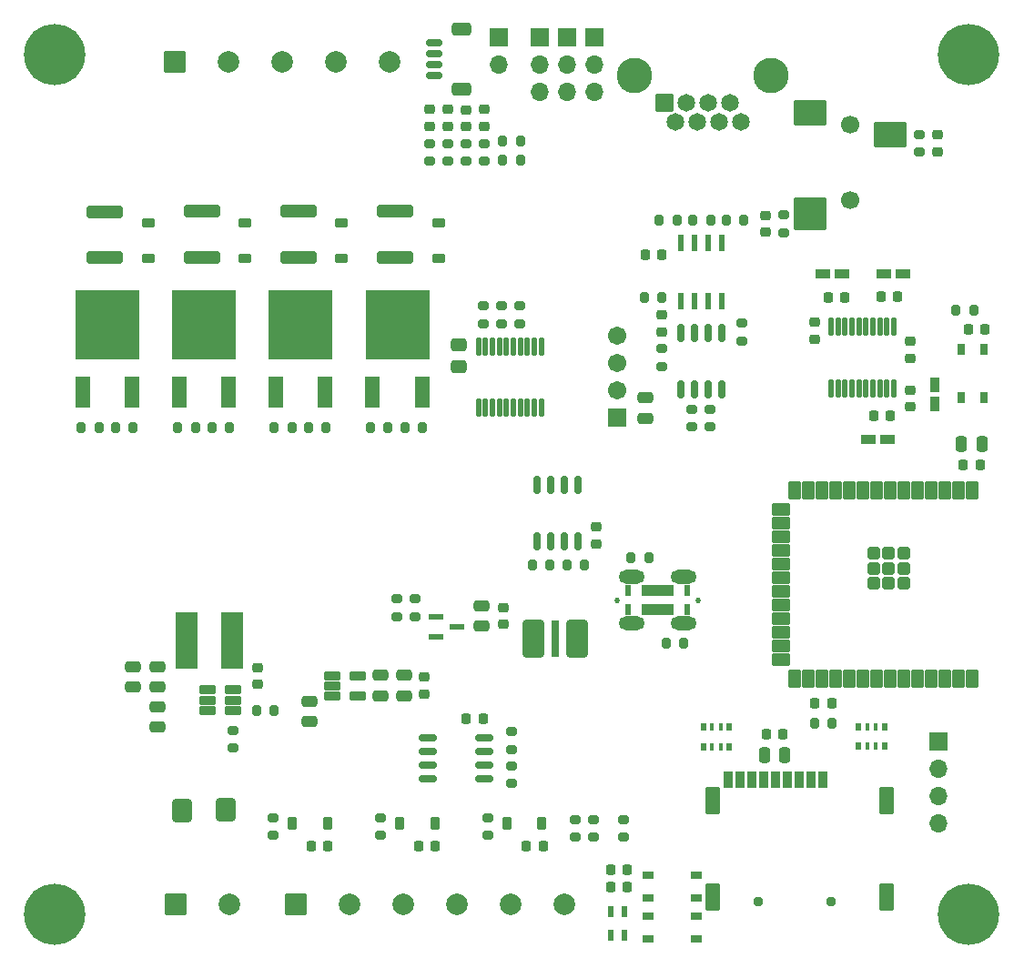
<source format=gts>
G04 #@! TF.GenerationSoftware,KiCad,Pcbnew,8.0.4*
G04 #@! TF.CreationDate,2024-08-16T00:10:32-05:00*
G04 #@! TF.ProjectId,Codex43,436f6465-7834-4332-9e6b-696361645f70,rev?*
G04 #@! TF.SameCoordinates,Original*
G04 #@! TF.FileFunction,Soldermask,Top*
G04 #@! TF.FilePolarity,Negative*
%FSLAX46Y46*%
G04 Gerber Fmt 4.6, Leading zero omitted, Abs format (unit mm)*
G04 Created by KiCad (PCBNEW 8.0.4) date 2024-08-16 00:10:32*
%MOMM*%
%LPD*%
G01*
G04 APERTURE LIST*
G04 Aperture macros list*
%AMRoundRect*
0 Rectangle with rounded corners*
0 $1 Rounding radius*
0 $2 $3 $4 $5 $6 $7 $8 $9 X,Y pos of 4 corners*
0 Add a 4 corners polygon primitive as box body*
4,1,4,$2,$3,$4,$5,$6,$7,$8,$9,$2,$3,0*
0 Add four circle primitives for the rounded corners*
1,1,$1+$1,$2,$3*
1,1,$1+$1,$4,$5*
1,1,$1+$1,$6,$7*
1,1,$1+$1,$8,$9*
0 Add four rect primitives between the rounded corners*
20,1,$1+$1,$2,$3,$4,$5,0*
20,1,$1+$1,$4,$5,$6,$7,0*
20,1,$1+$1,$6,$7,$8,$9,0*
20,1,$1+$1,$8,$9,$2,$3,0*%
G04 Aperture macros list end*
%ADD10RoundRect,0.102000X0.950000X2.550000X-0.950000X2.550000X-0.950000X-2.550000X0.950000X-2.550000X0*%
%ADD11RoundRect,0.102000X-0.670000X-0.295000X0.670000X-0.295000X0.670000X0.295000X-0.670000X0.295000X0*%
%ADD12RoundRect,0.200000X-0.275000X0.200000X-0.275000X-0.200000X0.275000X-0.200000X0.275000X0.200000X0*%
%ADD13RoundRect,0.200000X0.200000X0.275000X-0.200000X0.275000X-0.200000X-0.275000X0.200000X-0.275000X0*%
%ADD14RoundRect,0.250000X-0.475000X0.250000X-0.475000X-0.250000X0.475000X-0.250000X0.475000X0.250000X0*%
%ADD15RoundRect,0.225000X0.250000X-0.225000X0.250000X0.225000X-0.250000X0.225000X-0.250000X-0.225000X0*%
%ADD16RoundRect,0.250000X0.475000X-0.250000X0.475000X0.250000X-0.475000X0.250000X-0.475000X-0.250000X0*%
%ADD17R,1.700000X1.700000*%
%ADD18O,1.700000X1.700000*%
%ADD19RoundRect,0.250000X1.450000X-0.312500X1.450000X0.312500X-1.450000X0.312500X-1.450000X-0.312500X0*%
%ADD20R,1.400000X3.000000*%
%ADD21R,6.000000X6.500000*%
%ADD22RoundRect,0.225000X-0.225000X-0.250000X0.225000X-0.250000X0.225000X0.250000X-0.225000X0.250000X0*%
%ADD23RoundRect,0.250000X0.250000X0.475000X-0.250000X0.475000X-0.250000X-0.475000X0.250000X-0.475000X0*%
%ADD24RoundRect,0.218750X-0.256250X0.218750X-0.256250X-0.218750X0.256250X-0.218750X0.256250X0.218750X0*%
%ADD25RoundRect,0.225000X0.225000X0.250000X-0.225000X0.250000X-0.225000X-0.250000X0.225000X-0.250000X0*%
%ADD26RoundRect,0.218750X0.218750X0.256250X-0.218750X0.256250X-0.218750X-0.256250X0.218750X-0.256250X0*%
%ADD27RoundRect,0.225000X-0.375000X0.225000X-0.375000X-0.225000X0.375000X-0.225000X0.375000X0.225000X0*%
%ADD28RoundRect,0.200000X-0.200000X-0.275000X0.200000X-0.275000X0.200000X0.275000X-0.200000X0.275000X0*%
%ADD29R,1.000000X0.700000*%
%ADD30RoundRect,0.102000X0.754000X-0.754000X0.754000X0.754000X-0.754000X0.754000X-0.754000X-0.754000X0*%
%ADD31C,1.712000*%
%ADD32R,0.600000X1.000000*%
%ADD33R,0.950000X1.450000*%
%ADD34RoundRect,0.200000X0.275000X-0.200000X0.275000X0.200000X-0.275000X0.200000X-0.275000X-0.200000X0*%
%ADD35RoundRect,0.250000X0.750000X1.500000X-0.750000X1.500000X-0.750000X-1.500000X0.750000X-1.500000X0*%
%ADD36R,0.800000X3.400000*%
%ADD37C,3.600000*%
%ADD38C,5.700000*%
%ADD39RoundRect,0.150000X0.150000X-0.675000X0.150000X0.675000X-0.150000X0.675000X-0.150000X-0.675000X0*%
%ADD40RoundRect,0.150000X-0.625000X0.150000X-0.625000X-0.150000X0.625000X-0.150000X0.625000X0.150000X0*%
%ADD41RoundRect,0.250000X-0.650000X0.350000X-0.650000X-0.350000X0.650000X-0.350000X0.650000X0.350000X0*%
%ADD42R,1.320800X0.558800*%
%ADD43RoundRect,0.060300X-0.716700X-0.341700X0.716700X-0.341700X0.716700X0.341700X-0.716700X0.341700X0*%
%ADD44RoundRect,0.225000X-0.250000X0.225000X-0.250000X-0.225000X0.250000X-0.225000X0.250000X0.225000X0*%
%ADD45R,0.600000X1.550000*%
%ADD46C,0.520000*%
%ADD47RoundRect,0.102000X-0.150000X-0.435000X0.150000X-0.435000X0.150000X0.435000X-0.150000X0.435000X0*%
%ADD48O,2.404000X1.304000*%
%ADD49R,1.450000X0.950000*%
%ADD50R,0.700000X1.000000*%
%ADD51C,0.950000*%
%ADD52RoundRect,0.102000X-0.310000X-0.700000X0.310000X-0.700000X0.310000X0.700000X-0.310000X0.700000X0*%
%ADD53RoundRect,0.102000X-0.550000X-1.200000X0.550000X-1.200000X0.550000X1.200000X-0.550000X1.200000X0*%
%ADD54RoundRect,0.150000X-0.150000X0.675000X-0.150000X-0.675000X0.150000X-0.675000X0.150000X0.675000X0*%
%ADD55RoundRect,0.225000X-0.225000X-0.375000X0.225000X-0.375000X0.225000X0.375000X-0.225000X0.375000X0*%
%ADD56C,1.700000*%
%ADD57RoundRect,0.102000X-1.400000X1.100000X-1.400000X-1.100000X1.400000X-1.100000X1.400000X1.100000X0*%
%ADD58RoundRect,0.102000X-1.400000X1.400000X-1.400000X-1.400000X1.400000X-1.400000X1.400000X1.400000X0*%
%ADD59C,3.302000*%
%ADD60RoundRect,0.102000X0.723900X0.723900X-0.723900X0.723900X-0.723900X-0.723900X0.723900X-0.723900X0*%
%ADD61C,1.651800*%
%ADD62RoundRect,0.102000X-0.900000X-0.900000X0.900000X-0.900000X0.900000X0.900000X-0.900000X0.900000X0*%
%ADD63C,2.004000*%
%ADD64RoundRect,0.020500X0.184500X-0.764500X0.184500X0.764500X-0.184500X0.764500X-0.184500X-0.764500X0*%
%ADD65RoundRect,0.250000X-0.475000X0.337500X-0.475000X-0.337500X0.475000X-0.337500X0.475000X0.337500X0*%
%ADD66R,0.500000X0.800000*%
%ADD67R,0.400000X0.800000*%
%ADD68RoundRect,0.020500X-0.184500X0.764500X-0.184500X-0.764500X0.184500X-0.764500X0.184500X0.764500X0*%
%ADD69RoundRect,0.102000X-0.450000X0.750000X-0.450000X-0.750000X0.450000X-0.750000X0.450000X0.750000X0*%
%ADD70RoundRect,0.102000X-0.750000X0.450000X-0.750000X-0.450000X0.750000X-0.450000X0.750000X0.450000X0*%
%ADD71RoundRect,0.102000X-0.450000X0.450000X-0.450000X-0.450000X0.450000X-0.450000X0.450000X0.450000X0*%
%ADD72RoundRect,0.247222X-0.642778X-0.832778X0.642778X-0.832778X0.642778X0.832778X-0.642778X0.832778X0*%
%ADD73RoundRect,0.250000X-0.250000X-0.475000X0.250000X-0.475000X0.250000X0.475000X-0.250000X0.475000X0*%
%ADD74RoundRect,0.150000X-0.675000X-0.150000X0.675000X-0.150000X0.675000X0.150000X-0.675000X0.150000X0*%
G04 APERTURE END LIST*
D10*
X65700000Y-108125000D03*
X69900000Y-108125000D03*
D11*
X69980000Y-112725000D03*
X69980000Y-113675000D03*
X69980000Y-114625000D03*
X67600000Y-114625000D03*
X67600000Y-113675000D03*
X67600000Y-112725000D03*
D12*
X70000000Y-118125000D03*
X70000000Y-116475000D03*
D13*
X72175000Y-114625000D03*
X73825000Y-114625000D03*
D14*
X60700000Y-112475000D03*
X60700000Y-110575000D03*
X63000000Y-112475000D03*
X63000000Y-110575000D03*
D15*
X72300000Y-110650000D03*
X72300000Y-112200000D03*
D16*
X63000000Y-114275000D03*
X63000000Y-116175000D03*
D17*
X135600000Y-117480000D03*
D18*
X135600000Y-120020000D03*
X135600000Y-122560000D03*
X135600000Y-125100000D03*
D19*
X85100000Y-72467500D03*
X85100000Y-68192500D03*
X76100000Y-72430000D03*
X76100000Y-68155000D03*
X67100000Y-72467500D03*
X67100000Y-68192500D03*
X58100000Y-72505000D03*
X58100000Y-68230000D03*
D20*
X83000000Y-84980000D03*
X87600000Y-84980000D03*
D21*
X85300000Y-78730000D03*
D20*
X74000000Y-84980000D03*
X78600000Y-84980000D03*
D21*
X76300000Y-78730000D03*
D20*
X65000000Y-84980000D03*
X69600000Y-84980000D03*
D21*
X67300000Y-78730000D03*
D20*
X56000000Y-84980000D03*
X60600000Y-84980000D03*
D21*
X58300000Y-78730000D03*
D22*
X137945000Y-91800000D03*
X139495000Y-91800000D03*
D15*
X133025000Y-86375000D03*
X133025000Y-84825000D03*
D14*
X83700000Y-111350000D03*
X83700000Y-113250000D03*
D23*
X121350000Y-118800000D03*
X119450000Y-118800000D03*
D13*
X117525000Y-69000000D03*
X115875000Y-69000000D03*
D22*
X130275000Y-76125000D03*
X131825000Y-76125000D03*
D24*
X90000000Y-58712500D03*
X90000000Y-60287500D03*
D25*
X93250000Y-115400000D03*
X91700000Y-115400000D03*
D26*
X88837500Y-127250000D03*
X87262500Y-127250000D03*
D27*
X62100000Y-69280000D03*
X62100000Y-72580000D03*
D13*
X66500000Y-88330000D03*
X64850000Y-88330000D03*
D15*
X133000000Y-81850000D03*
X133000000Y-80300000D03*
D12*
X101800000Y-124775000D03*
X101800000Y-126425000D03*
D28*
X95075000Y-61600000D03*
X96725000Y-61600000D03*
D17*
X94700000Y-52000000D03*
D18*
X94700000Y-54540000D03*
D29*
X108600000Y-133750000D03*
X113100000Y-133750000D03*
X108600000Y-135900000D03*
X113100000Y-135900000D03*
D17*
X101040000Y-52000000D03*
D18*
X101040000Y-54540000D03*
X101040000Y-57080000D03*
D30*
X105700000Y-87380000D03*
D31*
X105700000Y-84840000D03*
X105700000Y-82300000D03*
X105700000Y-79760000D03*
D32*
X105150000Y-135525000D03*
X106450000Y-135525000D03*
X106450000Y-133325000D03*
X105150000Y-133325000D03*
D33*
X135250000Y-84300000D03*
X135250000Y-86100000D03*
D28*
X97825000Y-101050000D03*
X99475000Y-101050000D03*
D34*
X90000000Y-63525000D03*
X90000000Y-61875000D03*
D35*
X101975000Y-107950000D03*
D36*
X99950000Y-107950000D03*
D35*
X97925000Y-107950000D03*
D27*
X71100000Y-69280000D03*
X71100000Y-72580000D03*
D28*
X68050000Y-88330000D03*
X69700000Y-88330000D03*
D22*
X138425000Y-79150000D03*
X139975000Y-79150000D03*
D34*
X103500000Y-126425000D03*
X103500000Y-124775000D03*
X88300000Y-63525000D03*
X88300000Y-61875000D03*
D14*
X85900000Y-111350000D03*
X85900000Y-113250000D03*
D37*
X138450000Y-133600000D03*
D38*
X138450000Y-133600000D03*
D14*
X108350000Y-85550000D03*
X108350000Y-87450000D03*
X77100000Y-113750000D03*
X77100000Y-115650000D03*
D39*
X111695000Y-84725000D03*
X112965000Y-84725000D03*
X114235000Y-84725000D03*
X115505000Y-84725000D03*
X115505000Y-79475000D03*
X114235000Y-79475000D03*
X112965000Y-79475000D03*
X111695000Y-79475000D03*
D34*
X109900000Y-82625000D03*
X109900000Y-80975000D03*
D40*
X88700000Y-52500000D03*
X88700000Y-53500000D03*
X88700000Y-54500000D03*
X88700000Y-55500000D03*
D41*
X91225000Y-51200000D03*
X91225000Y-56800000D03*
D28*
X124075000Y-115825000D03*
X125725000Y-115825000D03*
D13*
X108675000Y-100400000D03*
X107025000Y-100400000D03*
D25*
X125675000Y-114000000D03*
X124125000Y-114000000D03*
D28*
X85975000Y-88330000D03*
X87625000Y-88330000D03*
D26*
X106687500Y-129450000D03*
X105112500Y-129450000D03*
D42*
X88913700Y-105897500D03*
X88913700Y-107802500D03*
X90793300Y-106850000D03*
D43*
X79230000Y-111400000D03*
X79230000Y-112350000D03*
X79230000Y-113300000D03*
X81600000Y-113300000D03*
X81600000Y-111400000D03*
D34*
X133850000Y-62675000D03*
X133850000Y-61025000D03*
D26*
X78837500Y-127250000D03*
X77262500Y-127250000D03*
D44*
X109900000Y-77825000D03*
X109900000Y-79375000D03*
D37*
X138450000Y-53600000D03*
D38*
X138450000Y-53600000D03*
D22*
X129625000Y-87200000D03*
X131175000Y-87200000D03*
D34*
X93400000Y-63525000D03*
X93400000Y-61875000D03*
D13*
X57525000Y-88330000D03*
X55875000Y-88330000D03*
D29*
X108600000Y-129950000D03*
X113100000Y-129950000D03*
X108600000Y-132100000D03*
X113100000Y-132100000D03*
D12*
X73700000Y-124625000D03*
X73700000Y-126275000D03*
D25*
X121175000Y-116800000D03*
X119625000Y-116800000D03*
D34*
X94950000Y-78625000D03*
X94950000Y-76975000D03*
D45*
X111700000Y-76500000D03*
X112970000Y-76500000D03*
X114240000Y-76500000D03*
X115510000Y-76500000D03*
X115510000Y-71100000D03*
X114240000Y-71100000D03*
X112955000Y-71100000D03*
X111700000Y-71100000D03*
D44*
X87800000Y-111525000D03*
X87800000Y-113075000D03*
D34*
X93250000Y-78625000D03*
X93250000Y-76975000D03*
D46*
X105750000Y-104354664D03*
X113250000Y-104354664D03*
D47*
X106750000Y-103489664D03*
X108250000Y-103489664D03*
X108750000Y-103489664D03*
X109250000Y-103489664D03*
X109750000Y-103489664D03*
X110250000Y-103489664D03*
X110750000Y-103489664D03*
X112250000Y-103489664D03*
X112250000Y-105219664D03*
X110750000Y-105219664D03*
X110250000Y-105219664D03*
X109750000Y-105219664D03*
X109250000Y-105219664D03*
X108750000Y-105219664D03*
X108250000Y-105219664D03*
X106750000Y-105219664D03*
D48*
X107100000Y-102204664D03*
X107100000Y-106504664D03*
X111900000Y-102204664D03*
X111900000Y-106504664D03*
D26*
X98837500Y-127250000D03*
X97262500Y-127250000D03*
D12*
X117300000Y-78575000D03*
X117300000Y-80225000D03*
D13*
X109925000Y-76200000D03*
X108275000Y-76200000D03*
D49*
X129100000Y-89400000D03*
X130900000Y-89400000D03*
D12*
X83750000Y-124625000D03*
X83750000Y-126275000D03*
D25*
X109900000Y-72200000D03*
X108350000Y-72200000D03*
D50*
X139875000Y-81050000D03*
X139875000Y-85550000D03*
X137725000Y-81050000D03*
X137725000Y-85550000D03*
D17*
X103580000Y-52000000D03*
D18*
X103580000Y-54540000D03*
X103580000Y-57080000D03*
D12*
X114400000Y-86575000D03*
X114400000Y-88225000D03*
D13*
X114425000Y-69000000D03*
X112775000Y-69000000D03*
D28*
X77025000Y-88330000D03*
X78675000Y-88330000D03*
D24*
X93400000Y-58712500D03*
X93400000Y-60287500D03*
D22*
X105125000Y-131050000D03*
X106675000Y-131050000D03*
D51*
X118850000Y-132450000D03*
X125650000Y-132450000D03*
D52*
X124830000Y-121030000D03*
X123730000Y-121030000D03*
X122630000Y-121030000D03*
X121530000Y-121030000D03*
X120430000Y-121030000D03*
X119330000Y-121030000D03*
X118230000Y-121030000D03*
X117130000Y-121030000D03*
X116030000Y-121030000D03*
D53*
X114650000Y-132030000D03*
X114650000Y-123030000D03*
X130800000Y-123030000D03*
X130800000Y-132030000D03*
D54*
X102105000Y-93675000D03*
X100835000Y-93675000D03*
X99565000Y-93675000D03*
X98295000Y-93675000D03*
X98295000Y-98925000D03*
X99565000Y-98925000D03*
X100835000Y-98925000D03*
X102105000Y-98925000D03*
D55*
X95450000Y-125100000D03*
X98750000Y-125100000D03*
D49*
X126650000Y-74025000D03*
X124850000Y-74025000D03*
D12*
X112700000Y-86575000D03*
X112700000Y-88225000D03*
D28*
X59075000Y-88330000D03*
X60725000Y-88330000D03*
D27*
X89100000Y-69280000D03*
X89100000Y-72580000D03*
D49*
X132350000Y-74025000D03*
X130550000Y-74025000D03*
D56*
X127400000Y-60100000D03*
X127400000Y-67100000D03*
D57*
X123700000Y-59000000D03*
D58*
X123700000Y-68400000D03*
D57*
X131100000Y-61000000D03*
D59*
X120050000Y-55550000D03*
X107350000Y-55550000D03*
D60*
X110144000Y-58090000D03*
D61*
X111160000Y-59868000D03*
X112176000Y-58090000D03*
X113192000Y-59868000D03*
X114208000Y-58090000D03*
X115224000Y-59868000D03*
X116240000Y-58090000D03*
X117256000Y-59868000D03*
D44*
X135500000Y-61075000D03*
X135500000Y-62625000D03*
D15*
X95125000Y-106600000D03*
X95125000Y-105050000D03*
D22*
X125375000Y-76175000D03*
X126925000Y-76175000D03*
D34*
X86925000Y-105875000D03*
X86925000Y-104225000D03*
D62*
X64687500Y-132650000D03*
D63*
X69687500Y-132650000D03*
D13*
X84425000Y-88330000D03*
X82775000Y-88330000D03*
X111300000Y-69000000D03*
X109650000Y-69000000D03*
D28*
X101075000Y-101050000D03*
X102725000Y-101050000D03*
D37*
X53450000Y-53600000D03*
D38*
X53450000Y-53600000D03*
D64*
X92825000Y-86470000D03*
X93475000Y-86470000D03*
X94125000Y-86470000D03*
X94775000Y-86470000D03*
X95425000Y-86470000D03*
X96075000Y-86470000D03*
X96725000Y-86470000D03*
X97375000Y-86470000D03*
X98025000Y-86470000D03*
X98675000Y-86470000D03*
X98675000Y-80730000D03*
X98025000Y-80730000D03*
X97375000Y-80730000D03*
X96725000Y-80730000D03*
X96075000Y-80730000D03*
X95425000Y-80730000D03*
X94775000Y-80730000D03*
X94125000Y-80730000D03*
X93475000Y-80730000D03*
X92825000Y-80730000D03*
D34*
X91700000Y-63525000D03*
X91700000Y-61875000D03*
D62*
X75850000Y-132650000D03*
D63*
X80850000Y-132650000D03*
X85850000Y-132650000D03*
X90850000Y-132650000D03*
X95850000Y-132650000D03*
X100850000Y-132650000D03*
D65*
X91000000Y-80575000D03*
X91000000Y-82650000D03*
D12*
X85225000Y-104225000D03*
X85225000Y-105875000D03*
D27*
X80100000Y-69280000D03*
X80100000Y-72580000D03*
D66*
X116150000Y-116200000D03*
D67*
X115350000Y-116200000D03*
X114550000Y-116200000D03*
D66*
X113750000Y-116200000D03*
X113750000Y-118000000D03*
D67*
X114550000Y-118000000D03*
X115350000Y-118000000D03*
D66*
X116150000Y-118000000D03*
D13*
X75475000Y-88330000D03*
X73825000Y-88330000D03*
D34*
X96650000Y-78625000D03*
X96650000Y-76975000D03*
X95950000Y-118275000D03*
X95950000Y-116625000D03*
D13*
X138900000Y-77400000D03*
X137250000Y-77400000D03*
D66*
X130600000Y-116150000D03*
D67*
X129800000Y-116150000D03*
X129000000Y-116150000D03*
D66*
X128200000Y-116150000D03*
X128200000Y-117950000D03*
D67*
X129000000Y-117950000D03*
X129800000Y-117950000D03*
D66*
X130600000Y-117950000D03*
D62*
X64600000Y-54300000D03*
D63*
X69600000Y-54300000D03*
X74600000Y-54300000D03*
X79600000Y-54300000D03*
X84600000Y-54300000D03*
D12*
X93700000Y-124625000D03*
X93700000Y-126275000D03*
D16*
X93125000Y-106800000D03*
X93125000Y-104900000D03*
D55*
X85500000Y-125100000D03*
X88800000Y-125100000D03*
D68*
X131475000Y-78885000D03*
X130825000Y-78885000D03*
X130175000Y-78885000D03*
X129525000Y-78885000D03*
X128875000Y-78885000D03*
X128225000Y-78885000D03*
X127575000Y-78885000D03*
X126925000Y-78885000D03*
X126275000Y-78885000D03*
X125625000Y-78885000D03*
X125625000Y-84625000D03*
X126275000Y-84625000D03*
X126925000Y-84625000D03*
X127575000Y-84625000D03*
X128225000Y-84625000D03*
X128875000Y-84625000D03*
X129525000Y-84625000D03*
X130175000Y-84625000D03*
X130825000Y-84625000D03*
X131475000Y-84625000D03*
D55*
X75500000Y-125100000D03*
X78800000Y-125100000D03*
D28*
X110275000Y-108350000D03*
X111925000Y-108350000D03*
X95100000Y-63450000D03*
X96750000Y-63450000D03*
D15*
X124150000Y-80075000D03*
X124150000Y-78525000D03*
D24*
X91700000Y-58725000D03*
X91700000Y-60300000D03*
X88300000Y-58712500D03*
X88300000Y-60287500D03*
D34*
X121200000Y-70175000D03*
X121200000Y-68525000D03*
D37*
X53450000Y-133600000D03*
D38*
X53450000Y-133600000D03*
D69*
X138720000Y-94145000D03*
X137450000Y-94145000D03*
X136180000Y-94145000D03*
X134910000Y-94145000D03*
X133640000Y-94145000D03*
X132370000Y-94145000D03*
X131100000Y-94145000D03*
X129830000Y-94145000D03*
X128560000Y-94145000D03*
X127290000Y-94145000D03*
X126020000Y-94145000D03*
X124750000Y-94145000D03*
X123480000Y-94145000D03*
X122210000Y-94145000D03*
D70*
X120960000Y-95910000D03*
X120960000Y-97180000D03*
X120960000Y-98450000D03*
X120960000Y-99720000D03*
X120960000Y-100990000D03*
X120960000Y-102260000D03*
X120960000Y-103530000D03*
X120960000Y-104800000D03*
X120960000Y-106070000D03*
X120960000Y-107340000D03*
X120960000Y-108610000D03*
X120960000Y-109880000D03*
D69*
X122210000Y-111645000D03*
X123480000Y-111645000D03*
X124750000Y-111645000D03*
X126020000Y-111645000D03*
X127290000Y-111645000D03*
X128560000Y-111645000D03*
X129830000Y-111645000D03*
X131100000Y-111645000D03*
X132370000Y-111645000D03*
X133640000Y-111645000D03*
X134910000Y-111645000D03*
X136180000Y-111645000D03*
X137450000Y-111645000D03*
X138720000Y-111645000D03*
D71*
X132400000Y-99995000D03*
X132400000Y-101395000D03*
X132400000Y-102795000D03*
X131000000Y-99995000D03*
X131000000Y-101395000D03*
X131000000Y-102795000D03*
X129600000Y-99995000D03*
X129600000Y-101395000D03*
X129600000Y-102795000D03*
D15*
X103800000Y-99100000D03*
X103800000Y-97550000D03*
D72*
X65275000Y-123935000D03*
X69325000Y-123875000D03*
D12*
X95950000Y-119800000D03*
X95950000Y-121450000D03*
D34*
X106300000Y-126425000D03*
X106300000Y-124775000D03*
D44*
X119500000Y-68575000D03*
X119500000Y-70125000D03*
D73*
X137770000Y-89800000D03*
X139670000Y-89800000D03*
D74*
X88125000Y-117195000D03*
X88125000Y-118465000D03*
X88125000Y-119735000D03*
X88125000Y-121005000D03*
X93375000Y-121005000D03*
X93375000Y-119735000D03*
X93375000Y-118465000D03*
X93375000Y-117195000D03*
D17*
X98500000Y-52000000D03*
D18*
X98500000Y-54540000D03*
X98500000Y-57080000D03*
M02*

</source>
